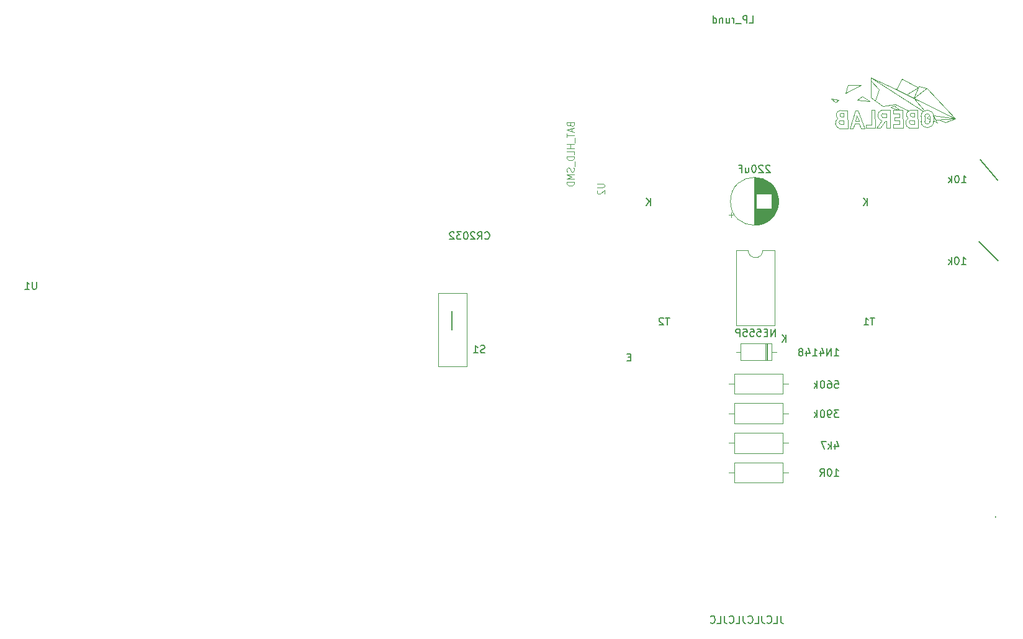
<source format=gbr>
%TF.GenerationSoftware,KiCad,Pcbnew,7.0.8*%
%TF.CreationDate,2024-04-06T10:04:34+02:00*%
%TF.ProjectId,Smiley,536d696c-6579-42e6-9b69-6361645f7063,rev?*%
%TF.SameCoordinates,Original*%
%TF.FileFunction,Legend,Bot*%
%TF.FilePolarity,Positive*%
%FSLAX46Y46*%
G04 Gerber Fmt 4.6, Leading zero omitted, Abs format (unit mm)*
G04 Created by KiCad (PCBNEW 7.0.8) date 2024-04-06 10:04:34*
%MOMM*%
%LPD*%
G01*
G04 APERTURE LIST*
%ADD10C,0.150000*%
%ADD11C,0.050000*%
%ADD12C,0.120000*%
%ADD13C,0.010000*%
G04 APERTURE END LIST*
D10*
X43391792Y-55974580D02*
X43439411Y-56022200D01*
X43439411Y-56022200D02*
X43582268Y-56069819D01*
X43582268Y-56069819D02*
X43677506Y-56069819D01*
X43677506Y-56069819D02*
X43820363Y-56022200D01*
X43820363Y-56022200D02*
X43915601Y-55926961D01*
X43915601Y-55926961D02*
X43963220Y-55831723D01*
X43963220Y-55831723D02*
X44010839Y-55641247D01*
X44010839Y-55641247D02*
X44010839Y-55498390D01*
X44010839Y-55498390D02*
X43963220Y-55307914D01*
X43963220Y-55307914D02*
X43915601Y-55212676D01*
X43915601Y-55212676D02*
X43820363Y-55117438D01*
X43820363Y-55117438D02*
X43677506Y-55069819D01*
X43677506Y-55069819D02*
X43582268Y-55069819D01*
X43582268Y-55069819D02*
X43439411Y-55117438D01*
X43439411Y-55117438D02*
X43391792Y-55165057D01*
X42391792Y-56069819D02*
X42725125Y-55593628D01*
X42963220Y-56069819D02*
X42963220Y-55069819D01*
X42963220Y-55069819D02*
X42582268Y-55069819D01*
X42582268Y-55069819D02*
X42487030Y-55117438D01*
X42487030Y-55117438D02*
X42439411Y-55165057D01*
X42439411Y-55165057D02*
X42391792Y-55260295D01*
X42391792Y-55260295D02*
X42391792Y-55403152D01*
X42391792Y-55403152D02*
X42439411Y-55498390D01*
X42439411Y-55498390D02*
X42487030Y-55546009D01*
X42487030Y-55546009D02*
X42582268Y-55593628D01*
X42582268Y-55593628D02*
X42963220Y-55593628D01*
X42010839Y-55165057D02*
X41963220Y-55117438D01*
X41963220Y-55117438D02*
X41867982Y-55069819D01*
X41867982Y-55069819D02*
X41629887Y-55069819D01*
X41629887Y-55069819D02*
X41534649Y-55117438D01*
X41534649Y-55117438D02*
X41487030Y-55165057D01*
X41487030Y-55165057D02*
X41439411Y-55260295D01*
X41439411Y-55260295D02*
X41439411Y-55355533D01*
X41439411Y-55355533D02*
X41487030Y-55498390D01*
X41487030Y-55498390D02*
X42058458Y-56069819D01*
X42058458Y-56069819D02*
X41439411Y-56069819D01*
X40820363Y-55069819D02*
X40725125Y-55069819D01*
X40725125Y-55069819D02*
X40629887Y-55117438D01*
X40629887Y-55117438D02*
X40582268Y-55165057D01*
X40582268Y-55165057D02*
X40534649Y-55260295D01*
X40534649Y-55260295D02*
X40487030Y-55450771D01*
X40487030Y-55450771D02*
X40487030Y-55688866D01*
X40487030Y-55688866D02*
X40534649Y-55879342D01*
X40534649Y-55879342D02*
X40582268Y-55974580D01*
X40582268Y-55974580D02*
X40629887Y-56022200D01*
X40629887Y-56022200D02*
X40725125Y-56069819D01*
X40725125Y-56069819D02*
X40820363Y-56069819D01*
X40820363Y-56069819D02*
X40915601Y-56022200D01*
X40915601Y-56022200D02*
X40963220Y-55974580D01*
X40963220Y-55974580D02*
X41010839Y-55879342D01*
X41010839Y-55879342D02*
X41058458Y-55688866D01*
X41058458Y-55688866D02*
X41058458Y-55450771D01*
X41058458Y-55450771D02*
X41010839Y-55260295D01*
X41010839Y-55260295D02*
X40963220Y-55165057D01*
X40963220Y-55165057D02*
X40915601Y-55117438D01*
X40915601Y-55117438D02*
X40820363Y-55069819D01*
X40153696Y-55069819D02*
X39534649Y-55069819D01*
X39534649Y-55069819D02*
X39867982Y-55450771D01*
X39867982Y-55450771D02*
X39725125Y-55450771D01*
X39725125Y-55450771D02*
X39629887Y-55498390D01*
X39629887Y-55498390D02*
X39582268Y-55546009D01*
X39582268Y-55546009D02*
X39534649Y-55641247D01*
X39534649Y-55641247D02*
X39534649Y-55879342D01*
X39534649Y-55879342D02*
X39582268Y-55974580D01*
X39582268Y-55974580D02*
X39629887Y-56022200D01*
X39629887Y-56022200D02*
X39725125Y-56069819D01*
X39725125Y-56069819D02*
X40010839Y-56069819D01*
X40010839Y-56069819D02*
X40106077Y-56022200D01*
X40106077Y-56022200D02*
X40153696Y-55974580D01*
X39153696Y-55165057D02*
X39106077Y-55117438D01*
X39106077Y-55117438D02*
X39010839Y-55069819D01*
X39010839Y-55069819D02*
X38772744Y-55069819D01*
X38772744Y-55069819D02*
X38677506Y-55117438D01*
X38677506Y-55117438D02*
X38629887Y-55165057D01*
X38629887Y-55165057D02*
X38582268Y-55260295D01*
X38582268Y-55260295D02*
X38582268Y-55355533D01*
X38582268Y-55355533D02*
X38629887Y-55498390D01*
X38629887Y-55498390D02*
X39201315Y-56069819D01*
X39201315Y-56069819D02*
X38582268Y-56069819D01*
X113400000Y-59000000D02*
X110800000Y-56400000D01*
X113300000Y-48000000D02*
X110900000Y-45200000D01*
X38900000Y-68400000D02*
X38900000Y-65900000D01*
X63263220Y-72146009D02*
X62929887Y-72146009D01*
X62787030Y-72669819D02*
X63263220Y-72669819D01*
X63263220Y-72669819D02*
X63263220Y-71669819D01*
X63263220Y-71669819D02*
X62787030Y-71669819D01*
X95563220Y-51469819D02*
X95563220Y-50469819D01*
X94991792Y-51469819D02*
X95420363Y-50898390D01*
X94991792Y-50469819D02*
X95563220Y-51041247D01*
X65963220Y-51469819D02*
X65963220Y-50469819D01*
X65391792Y-51469819D02*
X65820363Y-50898390D01*
X65391792Y-50469819D02*
X65963220Y-51041247D01*
X83731506Y-107423819D02*
X83731506Y-108138104D01*
X83731506Y-108138104D02*
X83779125Y-108280961D01*
X83779125Y-108280961D02*
X83874363Y-108376200D01*
X83874363Y-108376200D02*
X84017220Y-108423819D01*
X84017220Y-108423819D02*
X84112458Y-108423819D01*
X82779125Y-108423819D02*
X83255315Y-108423819D01*
X83255315Y-108423819D02*
X83255315Y-107423819D01*
X81874363Y-108328580D02*
X81921982Y-108376200D01*
X81921982Y-108376200D02*
X82064839Y-108423819D01*
X82064839Y-108423819D02*
X82160077Y-108423819D01*
X82160077Y-108423819D02*
X82302934Y-108376200D01*
X82302934Y-108376200D02*
X82398172Y-108280961D01*
X82398172Y-108280961D02*
X82445791Y-108185723D01*
X82445791Y-108185723D02*
X82493410Y-107995247D01*
X82493410Y-107995247D02*
X82493410Y-107852390D01*
X82493410Y-107852390D02*
X82445791Y-107661914D01*
X82445791Y-107661914D02*
X82398172Y-107566676D01*
X82398172Y-107566676D02*
X82302934Y-107471438D01*
X82302934Y-107471438D02*
X82160077Y-107423819D01*
X82160077Y-107423819D02*
X82064839Y-107423819D01*
X82064839Y-107423819D02*
X81921982Y-107471438D01*
X81921982Y-107471438D02*
X81874363Y-107519057D01*
X81160077Y-107423819D02*
X81160077Y-108138104D01*
X81160077Y-108138104D02*
X81207696Y-108280961D01*
X81207696Y-108280961D02*
X81302934Y-108376200D01*
X81302934Y-108376200D02*
X81445791Y-108423819D01*
X81445791Y-108423819D02*
X81541029Y-108423819D01*
X80207696Y-108423819D02*
X80683886Y-108423819D01*
X80683886Y-108423819D02*
X80683886Y-107423819D01*
X79302934Y-108328580D02*
X79350553Y-108376200D01*
X79350553Y-108376200D02*
X79493410Y-108423819D01*
X79493410Y-108423819D02*
X79588648Y-108423819D01*
X79588648Y-108423819D02*
X79731505Y-108376200D01*
X79731505Y-108376200D02*
X79826743Y-108280961D01*
X79826743Y-108280961D02*
X79874362Y-108185723D01*
X79874362Y-108185723D02*
X79921981Y-107995247D01*
X79921981Y-107995247D02*
X79921981Y-107852390D01*
X79921981Y-107852390D02*
X79874362Y-107661914D01*
X79874362Y-107661914D02*
X79826743Y-107566676D01*
X79826743Y-107566676D02*
X79731505Y-107471438D01*
X79731505Y-107471438D02*
X79588648Y-107423819D01*
X79588648Y-107423819D02*
X79493410Y-107423819D01*
X79493410Y-107423819D02*
X79350553Y-107471438D01*
X79350553Y-107471438D02*
X79302934Y-107519057D01*
X78588648Y-107423819D02*
X78588648Y-108138104D01*
X78588648Y-108138104D02*
X78636267Y-108280961D01*
X78636267Y-108280961D02*
X78731505Y-108376200D01*
X78731505Y-108376200D02*
X78874362Y-108423819D01*
X78874362Y-108423819D02*
X78969600Y-108423819D01*
X77636267Y-108423819D02*
X78112457Y-108423819D01*
X78112457Y-108423819D02*
X78112457Y-107423819D01*
X76731505Y-108328580D02*
X76779124Y-108376200D01*
X76779124Y-108376200D02*
X76921981Y-108423819D01*
X76921981Y-108423819D02*
X77017219Y-108423819D01*
X77017219Y-108423819D02*
X77160076Y-108376200D01*
X77160076Y-108376200D02*
X77255314Y-108280961D01*
X77255314Y-108280961D02*
X77302933Y-108185723D01*
X77302933Y-108185723D02*
X77350552Y-107995247D01*
X77350552Y-107995247D02*
X77350552Y-107852390D01*
X77350552Y-107852390D02*
X77302933Y-107661914D01*
X77302933Y-107661914D02*
X77255314Y-107566676D01*
X77255314Y-107566676D02*
X77160076Y-107471438D01*
X77160076Y-107471438D02*
X77017219Y-107423819D01*
X77017219Y-107423819D02*
X76921981Y-107423819D01*
X76921981Y-107423819D02*
X76779124Y-107471438D01*
X76779124Y-107471438D02*
X76731505Y-107519057D01*
X76017219Y-107423819D02*
X76017219Y-108138104D01*
X76017219Y-108138104D02*
X76064838Y-108280961D01*
X76064838Y-108280961D02*
X76160076Y-108376200D01*
X76160076Y-108376200D02*
X76302933Y-108423819D01*
X76302933Y-108423819D02*
X76398171Y-108423819D01*
X75064838Y-108423819D02*
X75541028Y-108423819D01*
X75541028Y-108423819D02*
X75541028Y-107423819D01*
X74160076Y-108328580D02*
X74207695Y-108376200D01*
X74207695Y-108376200D02*
X74350552Y-108423819D01*
X74350552Y-108423819D02*
X74445790Y-108423819D01*
X74445790Y-108423819D02*
X74588647Y-108376200D01*
X74588647Y-108376200D02*
X74683885Y-108280961D01*
X74683885Y-108280961D02*
X74731504Y-108185723D01*
X74731504Y-108185723D02*
X74779123Y-107995247D01*
X74779123Y-107995247D02*
X74779123Y-107852390D01*
X74779123Y-107852390D02*
X74731504Y-107661914D01*
X74731504Y-107661914D02*
X74683885Y-107566676D01*
X74683885Y-107566676D02*
X74588647Y-107471438D01*
X74588647Y-107471438D02*
X74445790Y-107423819D01*
X74445790Y-107423819D02*
X74350552Y-107423819D01*
X74350552Y-107423819D02*
X74207695Y-107471438D01*
X74207695Y-107471438D02*
X74160076Y-107519057D01*
X79458095Y-26604819D02*
X79934285Y-26604819D01*
X79934285Y-26604819D02*
X79934285Y-25604819D01*
X79124761Y-26604819D02*
X79124761Y-25604819D01*
X79124761Y-25604819D02*
X78743809Y-25604819D01*
X78743809Y-25604819D02*
X78648571Y-25652438D01*
X78648571Y-25652438D02*
X78600952Y-25700057D01*
X78600952Y-25700057D02*
X78553333Y-25795295D01*
X78553333Y-25795295D02*
X78553333Y-25938152D01*
X78553333Y-25938152D02*
X78600952Y-26033390D01*
X78600952Y-26033390D02*
X78648571Y-26081009D01*
X78648571Y-26081009D02*
X78743809Y-26128628D01*
X78743809Y-26128628D02*
X79124761Y-26128628D01*
X78362857Y-26700057D02*
X77600952Y-26700057D01*
X77362856Y-26604819D02*
X77362856Y-25938152D01*
X77362856Y-26128628D02*
X77315237Y-26033390D01*
X77315237Y-26033390D02*
X77267618Y-25985771D01*
X77267618Y-25985771D02*
X77172380Y-25938152D01*
X77172380Y-25938152D02*
X77077142Y-25938152D01*
X76315237Y-25938152D02*
X76315237Y-26604819D01*
X76743808Y-25938152D02*
X76743808Y-26461961D01*
X76743808Y-26461961D02*
X76696189Y-26557200D01*
X76696189Y-26557200D02*
X76600951Y-26604819D01*
X76600951Y-26604819D02*
X76458094Y-26604819D01*
X76458094Y-26604819D02*
X76362856Y-26557200D01*
X76362856Y-26557200D02*
X76315237Y-26509580D01*
X75839046Y-25938152D02*
X75839046Y-26604819D01*
X75839046Y-26033390D02*
X75791427Y-25985771D01*
X75791427Y-25985771D02*
X75696189Y-25938152D01*
X75696189Y-25938152D02*
X75553332Y-25938152D01*
X75553332Y-25938152D02*
X75458094Y-25985771D01*
X75458094Y-25985771D02*
X75410475Y-26081009D01*
X75410475Y-26081009D02*
X75410475Y-26604819D01*
X74505713Y-26604819D02*
X74505713Y-25604819D01*
X74505713Y-26557200D02*
X74600951Y-26604819D01*
X74600951Y-26604819D02*
X74791427Y-26604819D01*
X74791427Y-26604819D02*
X74886665Y-26557200D01*
X74886665Y-26557200D02*
X74934284Y-26509580D01*
X74934284Y-26509580D02*
X74981903Y-26414342D01*
X74981903Y-26414342D02*
X74981903Y-26128628D01*
X74981903Y-26128628D02*
X74934284Y-26033390D01*
X74934284Y-26033390D02*
X74886665Y-25985771D01*
X74886665Y-25985771D02*
X74791427Y-25938152D01*
X74791427Y-25938152D02*
X74600951Y-25938152D01*
X74600951Y-25938152D02*
X74505713Y-25985771D01*
D11*
X58670019Y-48484285D02*
X59479542Y-48484285D01*
X59479542Y-48484285D02*
X59574780Y-48527142D01*
X59574780Y-48527142D02*
X59622400Y-48570000D01*
X59622400Y-48570000D02*
X59670019Y-48655714D01*
X59670019Y-48655714D02*
X59670019Y-48827142D01*
X59670019Y-48827142D02*
X59622400Y-48912857D01*
X59622400Y-48912857D02*
X59574780Y-48955714D01*
X59574780Y-48955714D02*
X59479542Y-48998571D01*
X59479542Y-48998571D02*
X58670019Y-48998571D01*
X58765257Y-49384285D02*
X58717638Y-49427142D01*
X58717638Y-49427142D02*
X58670019Y-49512857D01*
X58670019Y-49512857D02*
X58670019Y-49727142D01*
X58670019Y-49727142D02*
X58717638Y-49812857D01*
X58717638Y-49812857D02*
X58765257Y-49855714D01*
X58765257Y-49855714D02*
X58860495Y-49898571D01*
X58860495Y-49898571D02*
X58955733Y-49898571D01*
X58955733Y-49898571D02*
X59098590Y-49855714D01*
X59098590Y-49855714D02*
X59670019Y-49341428D01*
X59670019Y-49341428D02*
X59670019Y-49898571D01*
X55026209Y-40391429D02*
X55073828Y-40520001D01*
X55073828Y-40520001D02*
X55121447Y-40562858D01*
X55121447Y-40562858D02*
X55216685Y-40605715D01*
X55216685Y-40605715D02*
X55359542Y-40605715D01*
X55359542Y-40605715D02*
X55454780Y-40562858D01*
X55454780Y-40562858D02*
X55502400Y-40520001D01*
X55502400Y-40520001D02*
X55550019Y-40434286D01*
X55550019Y-40434286D02*
X55550019Y-40091429D01*
X55550019Y-40091429D02*
X54550019Y-40091429D01*
X54550019Y-40091429D02*
X54550019Y-40391429D01*
X54550019Y-40391429D02*
X54597638Y-40477144D01*
X54597638Y-40477144D02*
X54645257Y-40520001D01*
X54645257Y-40520001D02*
X54740495Y-40562858D01*
X54740495Y-40562858D02*
X54835733Y-40562858D01*
X54835733Y-40562858D02*
X54930971Y-40520001D01*
X54930971Y-40520001D02*
X54978590Y-40477144D01*
X54978590Y-40477144D02*
X55026209Y-40391429D01*
X55026209Y-40391429D02*
X55026209Y-40091429D01*
X55264304Y-40948572D02*
X55264304Y-41377144D01*
X55550019Y-40862858D02*
X54550019Y-41162858D01*
X54550019Y-41162858D02*
X55550019Y-41462858D01*
X54550019Y-41634287D02*
X54550019Y-42148573D01*
X55550019Y-41891430D02*
X54550019Y-41891430D01*
X55645257Y-42234287D02*
X55645257Y-42920001D01*
X55550019Y-43134286D02*
X54550019Y-43134286D01*
X55026209Y-43134286D02*
X55026209Y-43648572D01*
X55550019Y-43648572D02*
X54550019Y-43648572D01*
X55550019Y-44505715D02*
X55550019Y-44077143D01*
X55550019Y-44077143D02*
X54550019Y-44077143D01*
X55550019Y-44805714D02*
X54550019Y-44805714D01*
X54550019Y-44805714D02*
X54550019Y-45020000D01*
X54550019Y-45020000D02*
X54597638Y-45148571D01*
X54597638Y-45148571D02*
X54692876Y-45234286D01*
X54692876Y-45234286D02*
X54788114Y-45277143D01*
X54788114Y-45277143D02*
X54978590Y-45320000D01*
X54978590Y-45320000D02*
X55121447Y-45320000D01*
X55121447Y-45320000D02*
X55311923Y-45277143D01*
X55311923Y-45277143D02*
X55407161Y-45234286D01*
X55407161Y-45234286D02*
X55502400Y-45148571D01*
X55502400Y-45148571D02*
X55550019Y-45020000D01*
X55550019Y-45020000D02*
X55550019Y-44805714D01*
X55645257Y-45491429D02*
X55645257Y-46177143D01*
X55502400Y-46348571D02*
X55550019Y-46477143D01*
X55550019Y-46477143D02*
X55550019Y-46691428D01*
X55550019Y-46691428D02*
X55502400Y-46777143D01*
X55502400Y-46777143D02*
X55454780Y-46820000D01*
X55454780Y-46820000D02*
X55359542Y-46862857D01*
X55359542Y-46862857D02*
X55264304Y-46862857D01*
X55264304Y-46862857D02*
X55169066Y-46820000D01*
X55169066Y-46820000D02*
X55121447Y-46777143D01*
X55121447Y-46777143D02*
X55073828Y-46691428D01*
X55073828Y-46691428D02*
X55026209Y-46520000D01*
X55026209Y-46520000D02*
X54978590Y-46434285D01*
X54978590Y-46434285D02*
X54930971Y-46391428D01*
X54930971Y-46391428D02*
X54835733Y-46348571D01*
X54835733Y-46348571D02*
X54740495Y-46348571D01*
X54740495Y-46348571D02*
X54645257Y-46391428D01*
X54645257Y-46391428D02*
X54597638Y-46434285D01*
X54597638Y-46434285D02*
X54550019Y-46520000D01*
X54550019Y-46520000D02*
X54550019Y-46734285D01*
X54550019Y-46734285D02*
X54597638Y-46862857D01*
X55550019Y-47248571D02*
X54550019Y-47248571D01*
X54550019Y-47248571D02*
X55264304Y-47548571D01*
X55264304Y-47548571D02*
X54550019Y-47848571D01*
X54550019Y-47848571D02*
X55550019Y-47848571D01*
X55550019Y-48277142D02*
X54550019Y-48277142D01*
X54550019Y-48277142D02*
X54550019Y-48491428D01*
X54550019Y-48491428D02*
X54597638Y-48619999D01*
X54597638Y-48619999D02*
X54692876Y-48705714D01*
X54692876Y-48705714D02*
X54788114Y-48748571D01*
X54788114Y-48748571D02*
X54978590Y-48791428D01*
X54978590Y-48791428D02*
X55121447Y-48791428D01*
X55121447Y-48791428D02*
X55311923Y-48748571D01*
X55311923Y-48748571D02*
X55407161Y-48705714D01*
X55407161Y-48705714D02*
X55502400Y-48619999D01*
X55502400Y-48619999D02*
X55550019Y-48491428D01*
X55550019Y-48491428D02*
X55550019Y-48277142D01*
D10*
X-17783809Y-61879819D02*
X-17783809Y-62689342D01*
X-17783809Y-62689342D02*
X-17831428Y-62784580D01*
X-17831428Y-62784580D02*
X-17879047Y-62832200D01*
X-17879047Y-62832200D02*
X-17974285Y-62879819D01*
X-17974285Y-62879819D02*
X-18164761Y-62879819D01*
X-18164761Y-62879819D02*
X-18259999Y-62832200D01*
X-18259999Y-62832200D02*
X-18307618Y-62784580D01*
X-18307618Y-62784580D02*
X-18355237Y-62689342D01*
X-18355237Y-62689342D02*
X-18355237Y-61879819D01*
X-19355237Y-62879819D02*
X-18783809Y-62879819D01*
X-19069523Y-62879819D02*
X-19069523Y-61879819D01*
X-19069523Y-61879819D02*
X-18974285Y-62022676D01*
X-18974285Y-62022676D02*
X-18879047Y-62117914D01*
X-18879047Y-62117914D02*
X-18783809Y-62165533D01*
X82956666Y-69304819D02*
X82956666Y-68304819D01*
X82956666Y-68304819D02*
X82385238Y-69304819D01*
X82385238Y-69304819D02*
X82385238Y-68304819D01*
X81909047Y-68781009D02*
X81575714Y-68781009D01*
X81432857Y-69304819D02*
X81909047Y-69304819D01*
X81909047Y-69304819D02*
X81909047Y-68304819D01*
X81909047Y-68304819D02*
X81432857Y-68304819D01*
X80528095Y-68304819D02*
X81004285Y-68304819D01*
X81004285Y-68304819D02*
X81051904Y-68781009D01*
X81051904Y-68781009D02*
X81004285Y-68733390D01*
X81004285Y-68733390D02*
X80909047Y-68685771D01*
X80909047Y-68685771D02*
X80670952Y-68685771D01*
X80670952Y-68685771D02*
X80575714Y-68733390D01*
X80575714Y-68733390D02*
X80528095Y-68781009D01*
X80528095Y-68781009D02*
X80480476Y-68876247D01*
X80480476Y-68876247D02*
X80480476Y-69114342D01*
X80480476Y-69114342D02*
X80528095Y-69209580D01*
X80528095Y-69209580D02*
X80575714Y-69257200D01*
X80575714Y-69257200D02*
X80670952Y-69304819D01*
X80670952Y-69304819D02*
X80909047Y-69304819D01*
X80909047Y-69304819D02*
X81004285Y-69257200D01*
X81004285Y-69257200D02*
X81051904Y-69209580D01*
X79575714Y-68304819D02*
X80051904Y-68304819D01*
X80051904Y-68304819D02*
X80099523Y-68781009D01*
X80099523Y-68781009D02*
X80051904Y-68733390D01*
X80051904Y-68733390D02*
X79956666Y-68685771D01*
X79956666Y-68685771D02*
X79718571Y-68685771D01*
X79718571Y-68685771D02*
X79623333Y-68733390D01*
X79623333Y-68733390D02*
X79575714Y-68781009D01*
X79575714Y-68781009D02*
X79528095Y-68876247D01*
X79528095Y-68876247D02*
X79528095Y-69114342D01*
X79528095Y-69114342D02*
X79575714Y-69209580D01*
X79575714Y-69209580D02*
X79623333Y-69257200D01*
X79623333Y-69257200D02*
X79718571Y-69304819D01*
X79718571Y-69304819D02*
X79956666Y-69304819D01*
X79956666Y-69304819D02*
X80051904Y-69257200D01*
X80051904Y-69257200D02*
X80099523Y-69209580D01*
X78623333Y-68304819D02*
X79099523Y-68304819D01*
X79099523Y-68304819D02*
X79147142Y-68781009D01*
X79147142Y-68781009D02*
X79099523Y-68733390D01*
X79099523Y-68733390D02*
X79004285Y-68685771D01*
X79004285Y-68685771D02*
X78766190Y-68685771D01*
X78766190Y-68685771D02*
X78670952Y-68733390D01*
X78670952Y-68733390D02*
X78623333Y-68781009D01*
X78623333Y-68781009D02*
X78575714Y-68876247D01*
X78575714Y-68876247D02*
X78575714Y-69114342D01*
X78575714Y-69114342D02*
X78623333Y-69209580D01*
X78623333Y-69209580D02*
X78670952Y-69257200D01*
X78670952Y-69257200D02*
X78766190Y-69304819D01*
X78766190Y-69304819D02*
X79004285Y-69304819D01*
X79004285Y-69304819D02*
X79099523Y-69257200D01*
X79099523Y-69257200D02*
X79147142Y-69209580D01*
X78147142Y-69304819D02*
X78147142Y-68304819D01*
X78147142Y-68304819D02*
X77766190Y-68304819D01*
X77766190Y-68304819D02*
X77670952Y-68352438D01*
X77670952Y-68352438D02*
X77623333Y-68400057D01*
X77623333Y-68400057D02*
X77575714Y-68495295D01*
X77575714Y-68495295D02*
X77575714Y-68638152D01*
X77575714Y-68638152D02*
X77623333Y-68733390D01*
X77623333Y-68733390D02*
X77670952Y-68781009D01*
X77670952Y-68781009D02*
X77766190Y-68828628D01*
X77766190Y-68828628D02*
X78147142Y-68828628D01*
X68579904Y-66764819D02*
X68008476Y-66764819D01*
X68294190Y-67764819D02*
X68294190Y-66764819D01*
X67722761Y-66860057D02*
X67675142Y-66812438D01*
X67675142Y-66812438D02*
X67579904Y-66764819D01*
X67579904Y-66764819D02*
X67341809Y-66764819D01*
X67341809Y-66764819D02*
X67246571Y-66812438D01*
X67246571Y-66812438D02*
X67198952Y-66860057D01*
X67198952Y-66860057D02*
X67151333Y-66955295D01*
X67151333Y-66955295D02*
X67151333Y-67050533D01*
X67151333Y-67050533D02*
X67198952Y-67193390D01*
X67198952Y-67193390D02*
X67770380Y-67764819D01*
X67770380Y-67764819D02*
X67151333Y-67764819D01*
X96519904Y-66764819D02*
X95948476Y-66764819D01*
X96234190Y-67764819D02*
X96234190Y-66764819D01*
X95091333Y-67764819D02*
X95662761Y-67764819D01*
X95377047Y-67764819D02*
X95377047Y-66764819D01*
X95377047Y-66764819D02*
X95472285Y-66907676D01*
X95472285Y-66907676D02*
X95567523Y-67002914D01*
X95567523Y-67002914D02*
X95662761Y-67050533D01*
X43361904Y-71507200D02*
X43219047Y-71554819D01*
X43219047Y-71554819D02*
X42980952Y-71554819D01*
X42980952Y-71554819D02*
X42885714Y-71507200D01*
X42885714Y-71507200D02*
X42838095Y-71459580D01*
X42838095Y-71459580D02*
X42790476Y-71364342D01*
X42790476Y-71364342D02*
X42790476Y-71269104D01*
X42790476Y-71269104D02*
X42838095Y-71173866D01*
X42838095Y-71173866D02*
X42885714Y-71126247D01*
X42885714Y-71126247D02*
X42980952Y-71078628D01*
X42980952Y-71078628D02*
X43171428Y-71031009D01*
X43171428Y-71031009D02*
X43266666Y-70983390D01*
X43266666Y-70983390D02*
X43314285Y-70935771D01*
X43314285Y-70935771D02*
X43361904Y-70840533D01*
X43361904Y-70840533D02*
X43361904Y-70745295D01*
X43361904Y-70745295D02*
X43314285Y-70650057D01*
X43314285Y-70650057D02*
X43266666Y-70602438D01*
X43266666Y-70602438D02*
X43171428Y-70554819D01*
X43171428Y-70554819D02*
X42933333Y-70554819D01*
X42933333Y-70554819D02*
X42790476Y-70602438D01*
X41838095Y-71554819D02*
X42409523Y-71554819D01*
X42123809Y-71554819D02*
X42123809Y-70554819D01*
X42123809Y-70554819D02*
X42219047Y-70697676D01*
X42219047Y-70697676D02*
X42314285Y-70792914D01*
X42314285Y-70792914D02*
X42409523Y-70840533D01*
X91042857Y-88354819D02*
X91614285Y-88354819D01*
X91328571Y-88354819D02*
X91328571Y-87354819D01*
X91328571Y-87354819D02*
X91423809Y-87497676D01*
X91423809Y-87497676D02*
X91519047Y-87592914D01*
X91519047Y-87592914D02*
X91614285Y-87640533D01*
X90423809Y-87354819D02*
X90328571Y-87354819D01*
X90328571Y-87354819D02*
X90233333Y-87402438D01*
X90233333Y-87402438D02*
X90185714Y-87450057D01*
X90185714Y-87450057D02*
X90138095Y-87545295D01*
X90138095Y-87545295D02*
X90090476Y-87735771D01*
X90090476Y-87735771D02*
X90090476Y-87973866D01*
X90090476Y-87973866D02*
X90138095Y-88164342D01*
X90138095Y-88164342D02*
X90185714Y-88259580D01*
X90185714Y-88259580D02*
X90233333Y-88307200D01*
X90233333Y-88307200D02*
X90328571Y-88354819D01*
X90328571Y-88354819D02*
X90423809Y-88354819D01*
X90423809Y-88354819D02*
X90519047Y-88307200D01*
X90519047Y-88307200D02*
X90566666Y-88259580D01*
X90566666Y-88259580D02*
X90614285Y-88164342D01*
X90614285Y-88164342D02*
X90661904Y-87973866D01*
X90661904Y-87973866D02*
X90661904Y-87735771D01*
X90661904Y-87735771D02*
X90614285Y-87545295D01*
X90614285Y-87545295D02*
X90566666Y-87450057D01*
X90566666Y-87450057D02*
X90519047Y-87402438D01*
X90519047Y-87402438D02*
X90423809Y-87354819D01*
X89090476Y-88354819D02*
X89423809Y-87878628D01*
X89661904Y-88354819D02*
X89661904Y-87354819D01*
X89661904Y-87354819D02*
X89280952Y-87354819D01*
X89280952Y-87354819D02*
X89185714Y-87402438D01*
X89185714Y-87402438D02*
X89138095Y-87450057D01*
X89138095Y-87450057D02*
X89090476Y-87545295D01*
X89090476Y-87545295D02*
X89090476Y-87688152D01*
X89090476Y-87688152D02*
X89138095Y-87783390D01*
X89138095Y-87783390D02*
X89185714Y-87831009D01*
X89185714Y-87831009D02*
X89280952Y-87878628D01*
X89280952Y-87878628D02*
X89661904Y-87878628D01*
X91138095Y-83988152D02*
X91138095Y-84654819D01*
X91376190Y-83607200D02*
X91614285Y-84321485D01*
X91614285Y-84321485D02*
X90995238Y-84321485D01*
X90614285Y-84654819D02*
X90614285Y-83654819D01*
X90519047Y-84273866D02*
X90233333Y-84654819D01*
X90233333Y-83988152D02*
X90614285Y-84369104D01*
X89899999Y-83654819D02*
X89233333Y-83654819D01*
X89233333Y-83654819D02*
X89661904Y-84654819D01*
X91661903Y-79354819D02*
X91042856Y-79354819D01*
X91042856Y-79354819D02*
X91376189Y-79735771D01*
X91376189Y-79735771D02*
X91233332Y-79735771D01*
X91233332Y-79735771D02*
X91138094Y-79783390D01*
X91138094Y-79783390D02*
X91090475Y-79831009D01*
X91090475Y-79831009D02*
X91042856Y-79926247D01*
X91042856Y-79926247D02*
X91042856Y-80164342D01*
X91042856Y-80164342D02*
X91090475Y-80259580D01*
X91090475Y-80259580D02*
X91138094Y-80307200D01*
X91138094Y-80307200D02*
X91233332Y-80354819D01*
X91233332Y-80354819D02*
X91519046Y-80354819D01*
X91519046Y-80354819D02*
X91614284Y-80307200D01*
X91614284Y-80307200D02*
X91661903Y-80259580D01*
X90566665Y-80354819D02*
X90376189Y-80354819D01*
X90376189Y-80354819D02*
X90280951Y-80307200D01*
X90280951Y-80307200D02*
X90233332Y-80259580D01*
X90233332Y-80259580D02*
X90138094Y-80116723D01*
X90138094Y-80116723D02*
X90090475Y-79926247D01*
X90090475Y-79926247D02*
X90090475Y-79545295D01*
X90090475Y-79545295D02*
X90138094Y-79450057D01*
X90138094Y-79450057D02*
X90185713Y-79402438D01*
X90185713Y-79402438D02*
X90280951Y-79354819D01*
X90280951Y-79354819D02*
X90471427Y-79354819D01*
X90471427Y-79354819D02*
X90566665Y-79402438D01*
X90566665Y-79402438D02*
X90614284Y-79450057D01*
X90614284Y-79450057D02*
X90661903Y-79545295D01*
X90661903Y-79545295D02*
X90661903Y-79783390D01*
X90661903Y-79783390D02*
X90614284Y-79878628D01*
X90614284Y-79878628D02*
X90566665Y-79926247D01*
X90566665Y-79926247D02*
X90471427Y-79973866D01*
X90471427Y-79973866D02*
X90280951Y-79973866D01*
X90280951Y-79973866D02*
X90185713Y-79926247D01*
X90185713Y-79926247D02*
X90138094Y-79878628D01*
X90138094Y-79878628D02*
X90090475Y-79783390D01*
X89471427Y-79354819D02*
X89376189Y-79354819D01*
X89376189Y-79354819D02*
X89280951Y-79402438D01*
X89280951Y-79402438D02*
X89233332Y-79450057D01*
X89233332Y-79450057D02*
X89185713Y-79545295D01*
X89185713Y-79545295D02*
X89138094Y-79735771D01*
X89138094Y-79735771D02*
X89138094Y-79973866D01*
X89138094Y-79973866D02*
X89185713Y-80164342D01*
X89185713Y-80164342D02*
X89233332Y-80259580D01*
X89233332Y-80259580D02*
X89280951Y-80307200D01*
X89280951Y-80307200D02*
X89376189Y-80354819D01*
X89376189Y-80354819D02*
X89471427Y-80354819D01*
X89471427Y-80354819D02*
X89566665Y-80307200D01*
X89566665Y-80307200D02*
X89614284Y-80259580D01*
X89614284Y-80259580D02*
X89661903Y-80164342D01*
X89661903Y-80164342D02*
X89709522Y-79973866D01*
X89709522Y-79973866D02*
X89709522Y-79735771D01*
X89709522Y-79735771D02*
X89661903Y-79545295D01*
X89661903Y-79545295D02*
X89614284Y-79450057D01*
X89614284Y-79450057D02*
X89566665Y-79402438D01*
X89566665Y-79402438D02*
X89471427Y-79354819D01*
X88709522Y-80354819D02*
X88709522Y-79354819D01*
X88614284Y-79973866D02*
X88328570Y-80354819D01*
X88328570Y-79688152D02*
X88709522Y-80069104D01*
X91090475Y-75354819D02*
X91566665Y-75354819D01*
X91566665Y-75354819D02*
X91614284Y-75831009D01*
X91614284Y-75831009D02*
X91566665Y-75783390D01*
X91566665Y-75783390D02*
X91471427Y-75735771D01*
X91471427Y-75735771D02*
X91233332Y-75735771D01*
X91233332Y-75735771D02*
X91138094Y-75783390D01*
X91138094Y-75783390D02*
X91090475Y-75831009D01*
X91090475Y-75831009D02*
X91042856Y-75926247D01*
X91042856Y-75926247D02*
X91042856Y-76164342D01*
X91042856Y-76164342D02*
X91090475Y-76259580D01*
X91090475Y-76259580D02*
X91138094Y-76307200D01*
X91138094Y-76307200D02*
X91233332Y-76354819D01*
X91233332Y-76354819D02*
X91471427Y-76354819D01*
X91471427Y-76354819D02*
X91566665Y-76307200D01*
X91566665Y-76307200D02*
X91614284Y-76259580D01*
X90185713Y-75354819D02*
X90376189Y-75354819D01*
X90376189Y-75354819D02*
X90471427Y-75402438D01*
X90471427Y-75402438D02*
X90519046Y-75450057D01*
X90519046Y-75450057D02*
X90614284Y-75592914D01*
X90614284Y-75592914D02*
X90661903Y-75783390D01*
X90661903Y-75783390D02*
X90661903Y-76164342D01*
X90661903Y-76164342D02*
X90614284Y-76259580D01*
X90614284Y-76259580D02*
X90566665Y-76307200D01*
X90566665Y-76307200D02*
X90471427Y-76354819D01*
X90471427Y-76354819D02*
X90280951Y-76354819D01*
X90280951Y-76354819D02*
X90185713Y-76307200D01*
X90185713Y-76307200D02*
X90138094Y-76259580D01*
X90138094Y-76259580D02*
X90090475Y-76164342D01*
X90090475Y-76164342D02*
X90090475Y-75926247D01*
X90090475Y-75926247D02*
X90138094Y-75831009D01*
X90138094Y-75831009D02*
X90185713Y-75783390D01*
X90185713Y-75783390D02*
X90280951Y-75735771D01*
X90280951Y-75735771D02*
X90471427Y-75735771D01*
X90471427Y-75735771D02*
X90566665Y-75783390D01*
X90566665Y-75783390D02*
X90614284Y-75831009D01*
X90614284Y-75831009D02*
X90661903Y-75926247D01*
X89471427Y-75354819D02*
X89376189Y-75354819D01*
X89376189Y-75354819D02*
X89280951Y-75402438D01*
X89280951Y-75402438D02*
X89233332Y-75450057D01*
X89233332Y-75450057D02*
X89185713Y-75545295D01*
X89185713Y-75545295D02*
X89138094Y-75735771D01*
X89138094Y-75735771D02*
X89138094Y-75973866D01*
X89138094Y-75973866D02*
X89185713Y-76164342D01*
X89185713Y-76164342D02*
X89233332Y-76259580D01*
X89233332Y-76259580D02*
X89280951Y-76307200D01*
X89280951Y-76307200D02*
X89376189Y-76354819D01*
X89376189Y-76354819D02*
X89471427Y-76354819D01*
X89471427Y-76354819D02*
X89566665Y-76307200D01*
X89566665Y-76307200D02*
X89614284Y-76259580D01*
X89614284Y-76259580D02*
X89661903Y-76164342D01*
X89661903Y-76164342D02*
X89709522Y-75973866D01*
X89709522Y-75973866D02*
X89709522Y-75735771D01*
X89709522Y-75735771D02*
X89661903Y-75545295D01*
X89661903Y-75545295D02*
X89614284Y-75450057D01*
X89614284Y-75450057D02*
X89566665Y-75402438D01*
X89566665Y-75402438D02*
X89471427Y-75354819D01*
X88709522Y-76354819D02*
X88709522Y-75354819D01*
X88614284Y-75973866D02*
X88328570Y-76354819D01*
X88328570Y-75688152D02*
X88709522Y-76069104D01*
X108395238Y-59494819D02*
X108966666Y-59494819D01*
X108680952Y-59494819D02*
X108680952Y-58494819D01*
X108680952Y-58494819D02*
X108776190Y-58637676D01*
X108776190Y-58637676D02*
X108871428Y-58732914D01*
X108871428Y-58732914D02*
X108966666Y-58780533D01*
X107776190Y-58494819D02*
X107680952Y-58494819D01*
X107680952Y-58494819D02*
X107585714Y-58542438D01*
X107585714Y-58542438D02*
X107538095Y-58590057D01*
X107538095Y-58590057D02*
X107490476Y-58685295D01*
X107490476Y-58685295D02*
X107442857Y-58875771D01*
X107442857Y-58875771D02*
X107442857Y-59113866D01*
X107442857Y-59113866D02*
X107490476Y-59304342D01*
X107490476Y-59304342D02*
X107538095Y-59399580D01*
X107538095Y-59399580D02*
X107585714Y-59447200D01*
X107585714Y-59447200D02*
X107680952Y-59494819D01*
X107680952Y-59494819D02*
X107776190Y-59494819D01*
X107776190Y-59494819D02*
X107871428Y-59447200D01*
X107871428Y-59447200D02*
X107919047Y-59399580D01*
X107919047Y-59399580D02*
X107966666Y-59304342D01*
X107966666Y-59304342D02*
X108014285Y-59113866D01*
X108014285Y-59113866D02*
X108014285Y-58875771D01*
X108014285Y-58875771D02*
X107966666Y-58685295D01*
X107966666Y-58685295D02*
X107919047Y-58590057D01*
X107919047Y-58590057D02*
X107871428Y-58542438D01*
X107871428Y-58542438D02*
X107776190Y-58494819D01*
X107014285Y-59494819D02*
X107014285Y-58494819D01*
X106919047Y-59113866D02*
X106633333Y-59494819D01*
X106633333Y-58828152D02*
X107014285Y-59209104D01*
X108419238Y-48374819D02*
X108990666Y-48374819D01*
X108704952Y-48374819D02*
X108704952Y-47374819D01*
X108704952Y-47374819D02*
X108800190Y-47517676D01*
X108800190Y-47517676D02*
X108895428Y-47612914D01*
X108895428Y-47612914D02*
X108990666Y-47660533D01*
X107800190Y-47374819D02*
X107704952Y-47374819D01*
X107704952Y-47374819D02*
X107609714Y-47422438D01*
X107609714Y-47422438D02*
X107562095Y-47470057D01*
X107562095Y-47470057D02*
X107514476Y-47565295D01*
X107514476Y-47565295D02*
X107466857Y-47755771D01*
X107466857Y-47755771D02*
X107466857Y-47993866D01*
X107466857Y-47993866D02*
X107514476Y-48184342D01*
X107514476Y-48184342D02*
X107562095Y-48279580D01*
X107562095Y-48279580D02*
X107609714Y-48327200D01*
X107609714Y-48327200D02*
X107704952Y-48374819D01*
X107704952Y-48374819D02*
X107800190Y-48374819D01*
X107800190Y-48374819D02*
X107895428Y-48327200D01*
X107895428Y-48327200D02*
X107943047Y-48279580D01*
X107943047Y-48279580D02*
X107990666Y-48184342D01*
X107990666Y-48184342D02*
X108038285Y-47993866D01*
X108038285Y-47993866D02*
X108038285Y-47755771D01*
X108038285Y-47755771D02*
X107990666Y-47565295D01*
X107990666Y-47565295D02*
X107943047Y-47470057D01*
X107943047Y-47470057D02*
X107895428Y-47422438D01*
X107895428Y-47422438D02*
X107800190Y-47374819D01*
X107038285Y-48374819D02*
X107038285Y-47374819D01*
X106943047Y-47993866D02*
X106657333Y-48374819D01*
X106657333Y-47708152D02*
X107038285Y-48089104D01*
X91042857Y-71954819D02*
X91614285Y-71954819D01*
X91328571Y-71954819D02*
X91328571Y-70954819D01*
X91328571Y-70954819D02*
X91423809Y-71097676D01*
X91423809Y-71097676D02*
X91519047Y-71192914D01*
X91519047Y-71192914D02*
X91614285Y-71240533D01*
X90614285Y-71954819D02*
X90614285Y-70954819D01*
X90614285Y-70954819D02*
X90042857Y-71954819D01*
X90042857Y-71954819D02*
X90042857Y-70954819D01*
X89138095Y-71288152D02*
X89138095Y-71954819D01*
X89376190Y-70907200D02*
X89614285Y-71621485D01*
X89614285Y-71621485D02*
X88995238Y-71621485D01*
X88090476Y-71954819D02*
X88661904Y-71954819D01*
X88376190Y-71954819D02*
X88376190Y-70954819D01*
X88376190Y-70954819D02*
X88471428Y-71097676D01*
X88471428Y-71097676D02*
X88566666Y-71192914D01*
X88566666Y-71192914D02*
X88661904Y-71240533D01*
X87233333Y-71288152D02*
X87233333Y-71954819D01*
X87471428Y-70907200D02*
X87709523Y-71621485D01*
X87709523Y-71621485D02*
X87090476Y-71621485D01*
X86566666Y-71383390D02*
X86661904Y-71335771D01*
X86661904Y-71335771D02*
X86709523Y-71288152D01*
X86709523Y-71288152D02*
X86757142Y-71192914D01*
X86757142Y-71192914D02*
X86757142Y-71145295D01*
X86757142Y-71145295D02*
X86709523Y-71050057D01*
X86709523Y-71050057D02*
X86661904Y-71002438D01*
X86661904Y-71002438D02*
X86566666Y-70954819D01*
X86566666Y-70954819D02*
X86376190Y-70954819D01*
X86376190Y-70954819D02*
X86280952Y-71002438D01*
X86280952Y-71002438D02*
X86233333Y-71050057D01*
X86233333Y-71050057D02*
X86185714Y-71145295D01*
X86185714Y-71145295D02*
X86185714Y-71192914D01*
X86185714Y-71192914D02*
X86233333Y-71288152D01*
X86233333Y-71288152D02*
X86280952Y-71335771D01*
X86280952Y-71335771D02*
X86376190Y-71383390D01*
X86376190Y-71383390D02*
X86566666Y-71383390D01*
X86566666Y-71383390D02*
X86661904Y-71431009D01*
X86661904Y-71431009D02*
X86709523Y-71478628D01*
X86709523Y-71478628D02*
X86757142Y-71573866D01*
X86757142Y-71573866D02*
X86757142Y-71764342D01*
X86757142Y-71764342D02*
X86709523Y-71859580D01*
X86709523Y-71859580D02*
X86661904Y-71907200D01*
X86661904Y-71907200D02*
X86566666Y-71954819D01*
X86566666Y-71954819D02*
X86376190Y-71954819D01*
X86376190Y-71954819D02*
X86280952Y-71907200D01*
X86280952Y-71907200D02*
X86233333Y-71859580D01*
X86233333Y-71859580D02*
X86185714Y-71764342D01*
X86185714Y-71764342D02*
X86185714Y-71573866D01*
X86185714Y-71573866D02*
X86233333Y-71478628D01*
X86233333Y-71478628D02*
X86280952Y-71431009D01*
X86280952Y-71431009D02*
X86376190Y-71383390D01*
X84461904Y-70074819D02*
X84461904Y-69074819D01*
X83890476Y-70074819D02*
X84319047Y-69503390D01*
X83890476Y-69074819D02*
X84461904Y-69646247D01*
X82269047Y-46050057D02*
X82221428Y-46002438D01*
X82221428Y-46002438D02*
X82126190Y-45954819D01*
X82126190Y-45954819D02*
X81888095Y-45954819D01*
X81888095Y-45954819D02*
X81792857Y-46002438D01*
X81792857Y-46002438D02*
X81745238Y-46050057D01*
X81745238Y-46050057D02*
X81697619Y-46145295D01*
X81697619Y-46145295D02*
X81697619Y-46240533D01*
X81697619Y-46240533D02*
X81745238Y-46383390D01*
X81745238Y-46383390D02*
X82316666Y-46954819D01*
X82316666Y-46954819D02*
X81697619Y-46954819D01*
X81316666Y-46050057D02*
X81269047Y-46002438D01*
X81269047Y-46002438D02*
X81173809Y-45954819D01*
X81173809Y-45954819D02*
X80935714Y-45954819D01*
X80935714Y-45954819D02*
X80840476Y-46002438D01*
X80840476Y-46002438D02*
X80792857Y-46050057D01*
X80792857Y-46050057D02*
X80745238Y-46145295D01*
X80745238Y-46145295D02*
X80745238Y-46240533D01*
X80745238Y-46240533D02*
X80792857Y-46383390D01*
X80792857Y-46383390D02*
X81364285Y-46954819D01*
X81364285Y-46954819D02*
X80745238Y-46954819D01*
X80126190Y-45954819D02*
X80030952Y-45954819D01*
X80030952Y-45954819D02*
X79935714Y-46002438D01*
X79935714Y-46002438D02*
X79888095Y-46050057D01*
X79888095Y-46050057D02*
X79840476Y-46145295D01*
X79840476Y-46145295D02*
X79792857Y-46335771D01*
X79792857Y-46335771D02*
X79792857Y-46573866D01*
X79792857Y-46573866D02*
X79840476Y-46764342D01*
X79840476Y-46764342D02*
X79888095Y-46859580D01*
X79888095Y-46859580D02*
X79935714Y-46907200D01*
X79935714Y-46907200D02*
X80030952Y-46954819D01*
X80030952Y-46954819D02*
X80126190Y-46954819D01*
X80126190Y-46954819D02*
X80221428Y-46907200D01*
X80221428Y-46907200D02*
X80269047Y-46859580D01*
X80269047Y-46859580D02*
X80316666Y-46764342D01*
X80316666Y-46764342D02*
X80364285Y-46573866D01*
X80364285Y-46573866D02*
X80364285Y-46335771D01*
X80364285Y-46335771D02*
X80316666Y-46145295D01*
X80316666Y-46145295D02*
X80269047Y-46050057D01*
X80269047Y-46050057D02*
X80221428Y-46002438D01*
X80221428Y-46002438D02*
X80126190Y-45954819D01*
X78935714Y-46288152D02*
X78935714Y-46954819D01*
X79364285Y-46288152D02*
X79364285Y-46811961D01*
X79364285Y-46811961D02*
X79316666Y-46907200D01*
X79316666Y-46907200D02*
X79221428Y-46954819D01*
X79221428Y-46954819D02*
X79078571Y-46954819D01*
X79078571Y-46954819D02*
X78983333Y-46907200D01*
X78983333Y-46907200D02*
X78935714Y-46859580D01*
X78126190Y-46431009D02*
X78459523Y-46431009D01*
X78459523Y-46954819D02*
X78459523Y-45954819D01*
X78459523Y-45954819D02*
X77983333Y-45954819D01*
D11*
%TO.C,G\u002A\u002A\u002A*%
X100294000Y-34239000D02*
X102494000Y-35414000D01*
X102494000Y-35414000D02*
X100919000Y-36314000D01*
X107519000Y-39664000D02*
X106194000Y-40139000D01*
X104619000Y-39189000D02*
X104844000Y-39814000D01*
X104844000Y-39814000D02*
X107519000Y-39664000D01*
X99294000Y-37664000D02*
X101119000Y-38564000D01*
X97619000Y-37889000D02*
X99294000Y-37664000D01*
X95994000Y-36764000D02*
X97619000Y-37889000D01*
X107519000Y-39664000D02*
X103619000Y-35489000D01*
X107519000Y-39664000D02*
X104619000Y-39189000D01*
D12*
X97669000Y-38914000D02*
X98119000Y-38914000D01*
D11*
X99169000Y-37839000D02*
X98769000Y-38114000D01*
X99944000Y-38439000D02*
X99169000Y-37839000D01*
D12*
X98619000Y-38464000D02*
X98619000Y-40914000D01*
X101919000Y-40364000D02*
X101469000Y-40364000D01*
X102419000Y-38464000D02*
X102469000Y-40914000D01*
D11*
X103619000Y-35489000D02*
X102594000Y-35239000D01*
X91194000Y-37389000D02*
X91619000Y-37064000D01*
D12*
X101919000Y-39864000D02*
X101919000Y-40364000D01*
D11*
X90619000Y-36914000D02*
X91194000Y-37389000D01*
D12*
X97269000Y-40914000D02*
X96869000Y-40914000D01*
X99069000Y-40914000D02*
X99069000Y-40414000D01*
X98169000Y-39964000D02*
X98019000Y-39964000D01*
X98619000Y-40914000D02*
X98169000Y-40914000D01*
D11*
X99544000Y-35664000D02*
X96069000Y-34039000D01*
X94844000Y-36539000D02*
X94144000Y-37114000D01*
X99544000Y-35664000D02*
X101869000Y-36814000D01*
X96069000Y-34039000D02*
X95994000Y-36764000D01*
D12*
X92344000Y-40389000D02*
X91894000Y-40389000D01*
X96769000Y-40914000D02*
X97469000Y-39964000D01*
X98119000Y-38914000D02*
X98119000Y-39464000D01*
X92344000Y-39389000D02*
X92044000Y-39389000D01*
D11*
X92919000Y-35014000D02*
X94719000Y-35064000D01*
X103694000Y-39564000D02*
X104069000Y-39739000D01*
X103169000Y-38639000D02*
X96069000Y-34039000D01*
X94719000Y-35064000D02*
X92569000Y-36189000D01*
X105119000Y-40189000D02*
X104544000Y-39389000D01*
X94144000Y-37114000D02*
X95819000Y-37214000D01*
D12*
X92344000Y-38939000D02*
X92344000Y-39389000D01*
X101919000Y-38864000D02*
X101669000Y-38864000D01*
X98119000Y-39464000D02*
X97619000Y-39464000D01*
X99919000Y-40414000D02*
X99919000Y-39864000D01*
X99069000Y-40414000D02*
X99919000Y-40414000D01*
X103369000Y-39314000D02*
X103369000Y-39964000D01*
D11*
X98769000Y-38114000D02*
X99744000Y-38464000D01*
X103619000Y-35489000D02*
X101869000Y-36814000D01*
X104019000Y-39164000D02*
X103694000Y-39564000D01*
D12*
X101519000Y-38477605D02*
X102419000Y-38464000D01*
D11*
X104569000Y-39914000D02*
X105119000Y-40189000D01*
X91619000Y-37064000D02*
X90619000Y-36914000D01*
D12*
X92344000Y-38889000D02*
X92094000Y-38889000D01*
X101918999Y-39859050D02*
X101518999Y-39859050D01*
X91944000Y-38502605D02*
X92844000Y-38489000D01*
D11*
X101869000Y-36814000D02*
X107519000Y-39664000D01*
D12*
X94119000Y-39189000D02*
X94394000Y-39939000D01*
X93894000Y-39939000D02*
X94119000Y-39189000D01*
X100319000Y-40914000D02*
X99069000Y-40914000D01*
X97510269Y-38458594D02*
X98619000Y-38464000D01*
X92343999Y-39884050D02*
X91943999Y-39884050D01*
X92344000Y-39889000D02*
X92344000Y-40389000D01*
X92894000Y-40939000D02*
X91694000Y-40939000D01*
D11*
X106194000Y-40139000D02*
X105369000Y-39789000D01*
D12*
X102469000Y-40914000D02*
X101269000Y-40914000D01*
X104069000Y-39314000D02*
X104069000Y-40014000D01*
D11*
X97169000Y-35664000D02*
X96594000Y-37164000D01*
X96044000Y-34439000D02*
X97169000Y-35664000D01*
X95844000Y-37214000D02*
X94844000Y-36539000D01*
D12*
X92844000Y-38489000D02*
X92894000Y-40939000D01*
D11*
X100294000Y-34239000D02*
X99544000Y-35664000D01*
X102594000Y-35239000D02*
X101869000Y-36814000D01*
X92569000Y-36189000D02*
X92919000Y-35014000D01*
D12*
X98169000Y-40914000D02*
X98169000Y-39964000D01*
X96869000Y-40914000D02*
X96769000Y-40914000D01*
X98019000Y-39964000D02*
X97269000Y-40914000D01*
X95344000Y-40464000D02*
X95344000Y-40914000D01*
X93819000Y-40339000D02*
X93569000Y-40939000D01*
X94669000Y-40939000D02*
X94419000Y-40339000D01*
X99919000Y-38964000D02*
X99069000Y-38964000D01*
X101919000Y-39364000D02*
X101619000Y-39364000D01*
X94394000Y-39939000D02*
X93894000Y-39939000D01*
X99069000Y-38464000D02*
X100369000Y-38464000D01*
X94269000Y-38489000D02*
X95169000Y-40939000D01*
X99919000Y-39864000D02*
X99269000Y-39864000D01*
X99069000Y-38964000D02*
X99069000Y-38464000D01*
X94669000Y-40939000D02*
X95169000Y-40939000D01*
D11*
X101869000Y-36814000D02*
X103344000Y-38539000D01*
D12*
X96119000Y-38464000D02*
X96094000Y-40464000D01*
X96594000Y-40914000D02*
X96569000Y-38464000D01*
X99269000Y-39864000D02*
X99269000Y-39414000D01*
X93569000Y-40939000D02*
X93169000Y-40939000D01*
X93944000Y-38489000D02*
X94269000Y-38489000D01*
X99269000Y-39414000D02*
X99919000Y-39414000D01*
X101919000Y-38914000D02*
X101919000Y-39364000D01*
X99919000Y-39414000D02*
X99919000Y-38964000D01*
X93169000Y-40939000D02*
X93944000Y-38489000D01*
X100419000Y-40914000D02*
X100319000Y-40914000D01*
X100369000Y-38464000D02*
X100419000Y-40914000D01*
X102869000Y-39314000D02*
X102869000Y-40014000D01*
X104569000Y-40014000D02*
X104569000Y-39314000D01*
X96569000Y-38464000D02*
X96119000Y-38464000D01*
D13*
X113066361Y-93909226D02*
X113002542Y-93973045D01*
X112938723Y-93909226D01*
X113002542Y-93845407D01*
X113066361Y-93909226D01*
G36*
X113066361Y-93909226D02*
G01*
X113002542Y-93973045D01*
X112938723Y-93909226D01*
X113002542Y-93845407D01*
X113066361Y-93909226D01*
G37*
D12*
X95344000Y-40914000D02*
X96594000Y-40914000D01*
X96094000Y-40464000D02*
X95344000Y-40464000D01*
X94419000Y-40339000D02*
X93819000Y-40339000D01*
X101679634Y-38871464D02*
G75*
G03*
X101619000Y-39364000I-60634J-242536D01*
G01*
X101519000Y-38477606D02*
G75*
G03*
X101069001Y-39563999I0J-636394D01*
G01*
X104569000Y-39314000D02*
G75*
G03*
X102869000Y-39314000I-850000J0D01*
G01*
X101518999Y-39859051D02*
G75*
G03*
X101469001Y-40363998I1J-254949D01*
G01*
X91944000Y-38502606D02*
G75*
G03*
X91494001Y-39588999I0J-636394D01*
G01*
X101092744Y-39605063D02*
G75*
G03*
X101269001Y-40913999I426256J-608937D01*
G01*
X92104634Y-38896464D02*
G75*
G03*
X92044000Y-39389000I-60634J-242536D01*
G01*
X91943999Y-39884051D02*
G75*
G03*
X91894001Y-40388998I1J-254949D01*
G01*
X104069000Y-39314000D02*
G75*
G03*
X103369000Y-39314000I-350000J0D01*
G01*
X103369000Y-40014000D02*
G75*
G03*
X104069000Y-40014000I350000J0D01*
G01*
X97619001Y-38914002D02*
G75*
G03*
X97619001Y-39463998I124999J-274998D01*
G01*
X91517744Y-39630063D02*
G75*
G03*
X91694001Y-40938999I426256J-608937D01*
G01*
X102869000Y-40014000D02*
G75*
G03*
X104569000Y-40014000I850000J0D01*
G01*
X97510269Y-38458595D02*
G75*
G03*
X97494001Y-39913998I233731J-730405D01*
G01*
%TO.C,U1*%
X77640000Y-57570000D02*
X79290000Y-57570000D01*
X82940000Y-57570000D02*
X82940000Y-67850000D01*
X77640000Y-67850000D02*
X77640000Y-57570000D01*
X81290000Y-57570000D02*
X82940000Y-57570000D01*
X82940000Y-67850000D02*
X77640000Y-67850000D01*
X79290000Y-57570000D02*
G75*
G03*
X81290000Y-57570000I1000000J0D01*
G01*
%TO.C,S1*%
X36983400Y-63422400D02*
X36983400Y-73379200D01*
X40920400Y-63422400D02*
X36983400Y-63397000D01*
X36983400Y-73379200D02*
X40920400Y-73379200D01*
X40920400Y-73379200D02*
X40920400Y-63422400D01*
%TO.C,R6*%
X77430000Y-86540000D02*
X83970000Y-86540000D01*
X83970000Y-89280000D02*
X77430000Y-89280000D01*
X77430000Y-89280000D02*
X77430000Y-86540000D01*
X83970000Y-86540000D02*
X83970000Y-89280000D01*
X84740000Y-87910000D02*
X83970000Y-87910000D01*
X76660000Y-87910000D02*
X77430000Y-87910000D01*
%TO.C,R5*%
X76660000Y-83860000D02*
X77430000Y-83860000D01*
X84740000Y-83860000D02*
X83970000Y-83860000D01*
X83970000Y-82490000D02*
X83970000Y-85230000D01*
X77430000Y-85230000D02*
X77430000Y-82490000D01*
X83970000Y-85230000D02*
X77430000Y-85230000D01*
X77430000Y-82490000D02*
X83970000Y-82490000D01*
%TO.C,R4*%
X76660000Y-79810000D02*
X77430000Y-79810000D01*
X84740000Y-79810000D02*
X83970000Y-79810000D01*
X83970000Y-78440000D02*
X83970000Y-81180000D01*
X77430000Y-81180000D02*
X77430000Y-78440000D01*
X83970000Y-81180000D02*
X77430000Y-81180000D01*
X77430000Y-78440000D02*
X83970000Y-78440000D01*
%TO.C,R3*%
X76660000Y-75760000D02*
X77430000Y-75760000D01*
X84740000Y-75760000D02*
X83970000Y-75760000D01*
X83970000Y-74390000D02*
X83970000Y-77130000D01*
X77430000Y-77130000D02*
X77430000Y-74390000D01*
X83970000Y-77130000D02*
X77430000Y-77130000D01*
X77430000Y-74390000D02*
X83970000Y-74390000D01*
%TO.C,D3*%
X78270000Y-70300000D02*
X82510000Y-70300000D01*
X81790000Y-70300000D02*
X81790000Y-72540000D01*
X81910000Y-70300000D02*
X81910000Y-72540000D01*
X78270000Y-72540000D02*
X78270000Y-70300000D01*
X81670000Y-70300000D02*
X81670000Y-72540000D01*
X83160000Y-71420000D02*
X82510000Y-71420000D01*
X82510000Y-70300000D02*
X82510000Y-72540000D01*
X82510000Y-72540000D02*
X78270000Y-72540000D01*
X77620000Y-71420000D02*
X78270000Y-71420000D01*
%TO.C,C1*%
X82151000Y-49860000D02*
X82151000Y-48352000D01*
X81631000Y-49860000D02*
X81631000Y-48024000D01*
X81231000Y-53947000D02*
X81231000Y-51940000D01*
X82791000Y-52790000D02*
X82791000Y-49010000D01*
X80951000Y-54031000D02*
X80951000Y-51940000D01*
X80230000Y-54130000D02*
X80230000Y-47670000D01*
X81031000Y-49860000D02*
X81031000Y-47790000D01*
X81151000Y-49860000D02*
X81151000Y-47826000D01*
X80190000Y-54130000D02*
X80190000Y-47670000D01*
X82831000Y-52734000D02*
X82831000Y-49066000D01*
X82711000Y-52895000D02*
X82711000Y-48905000D01*
X80710000Y-49860000D02*
X80710000Y-47718000D01*
X81751000Y-49860000D02*
X81751000Y-48088000D01*
X81671000Y-53756000D02*
X81671000Y-51940000D01*
X82431000Y-53205000D02*
X82431000Y-51940000D01*
X80710000Y-54082000D02*
X80710000Y-51940000D01*
X83311000Y-51702000D02*
X83311000Y-50098000D01*
X80270000Y-54128000D02*
X80270000Y-47672000D01*
X81791000Y-49860000D02*
X81791000Y-48110000D01*
X76649759Y-52739000D02*
X77279759Y-52739000D01*
X81871000Y-49860000D02*
X81871000Y-48158000D01*
X83391000Y-51302000D02*
X83391000Y-50498000D01*
X80790000Y-49860000D02*
X80790000Y-47733000D01*
X81391000Y-49860000D02*
X81391000Y-47914000D01*
X81751000Y-53712000D02*
X81751000Y-51940000D01*
X81911000Y-49860000D02*
X81911000Y-48184000D01*
X80670000Y-49860000D02*
X80670000Y-47711000D01*
X83031000Y-52409000D02*
X83031000Y-49391000D01*
X82511000Y-53124000D02*
X82511000Y-48676000D01*
X81311000Y-49860000D02*
X81311000Y-47882000D01*
X82231000Y-53384000D02*
X82231000Y-51940000D01*
X82951000Y-52550000D02*
X82951000Y-49250000D01*
X80750000Y-49860000D02*
X80750000Y-47725000D01*
X80430000Y-49860000D02*
X80430000Y-47682000D01*
X81991000Y-53564000D02*
X81991000Y-51940000D01*
X83071000Y-52332000D02*
X83071000Y-49468000D01*
X80590000Y-54101000D02*
X80590000Y-51940000D01*
X81711000Y-53734000D02*
X81711000Y-51940000D01*
X80951000Y-49860000D02*
X80951000Y-47769000D01*
X80390000Y-54122000D02*
X80390000Y-51940000D01*
X82311000Y-53316000D02*
X82311000Y-51940000D01*
X81951000Y-53590000D02*
X81951000Y-51940000D01*
X82871000Y-52676000D02*
X82871000Y-49124000D01*
X82031000Y-49860000D02*
X82031000Y-48264000D01*
X83351000Y-51533000D02*
X83351000Y-50267000D01*
X82431000Y-49860000D02*
X82431000Y-48595000D01*
X82111000Y-49860000D02*
X82111000Y-48322000D01*
X80470000Y-49860000D02*
X80470000Y-47685000D01*
X81431000Y-53870000D02*
X81431000Y-51940000D01*
X80470000Y-54115000D02*
X80470000Y-51940000D01*
X81791000Y-53690000D02*
X81791000Y-51940000D01*
X81471000Y-53852000D02*
X81471000Y-51940000D01*
X81831000Y-49860000D02*
X81831000Y-48134000D01*
X82591000Y-53037000D02*
X82591000Y-48763000D01*
X82071000Y-53507000D02*
X82071000Y-51940000D01*
X80911000Y-49860000D02*
X80911000Y-47759000D01*
X81431000Y-49860000D02*
X81431000Y-47930000D01*
X81551000Y-49860000D02*
X81551000Y-47984000D01*
X82671000Y-52944000D02*
X82671000Y-48856000D01*
X82631000Y-52992000D02*
X82631000Y-48808000D01*
X81471000Y-49860000D02*
X81471000Y-47948000D01*
X82391000Y-53243000D02*
X82391000Y-51940000D01*
X81111000Y-49860000D02*
X81111000Y-47814000D01*
X83111000Y-52250000D02*
X83111000Y-49550000D01*
X80871000Y-54050000D02*
X80871000Y-51940000D01*
X81511000Y-53834000D02*
X81511000Y-51940000D01*
X82391000Y-49860000D02*
X82391000Y-48557000D01*
X81311000Y-53918000D02*
X81311000Y-51940000D01*
X81671000Y-49860000D02*
X81671000Y-48044000D01*
X80630000Y-49860000D02*
X80630000Y-47705000D01*
X81031000Y-54010000D02*
X81031000Y-51940000D01*
X82071000Y-49860000D02*
X82071000Y-48293000D01*
X82311000Y-49860000D02*
X82311000Y-48484000D01*
X81271000Y-53933000D02*
X81271000Y-51940000D01*
X80871000Y-49860000D02*
X80871000Y-47750000D01*
X76964759Y-53054000D02*
X76964759Y-52424000D01*
X81711000Y-49860000D02*
X81711000Y-48066000D01*
X82911000Y-52614000D02*
X82911000Y-49186000D01*
X82351000Y-53280000D02*
X82351000Y-51940000D01*
X82991000Y-52481000D02*
X82991000Y-49319000D01*
X80750000Y-54075000D02*
X80750000Y-51940000D01*
X83231000Y-51959000D02*
X83231000Y-49841000D01*
X83271000Y-51840000D02*
X83271000Y-49960000D01*
X80590000Y-49860000D02*
X80590000Y-47699000D01*
X81591000Y-53796000D02*
X81591000Y-51940000D01*
X81191000Y-49860000D02*
X81191000Y-47839000D01*
X80670000Y-54089000D02*
X80670000Y-51940000D01*
X80830000Y-54059000D02*
X80830000Y-51940000D01*
X81071000Y-53998000D02*
X81071000Y-51940000D01*
X80150000Y-54130000D02*
X80150000Y-47670000D01*
X80991000Y-49860000D02*
X80991000Y-47779000D01*
X81831000Y-53666000D02*
X81831000Y-51940000D01*
X80991000Y-54021000D02*
X80991000Y-51940000D01*
X81271000Y-49860000D02*
X81271000Y-47867000D01*
X80911000Y-54041000D02*
X80911000Y-51940000D01*
X80430000Y-54118000D02*
X80430000Y-51940000D01*
X82271000Y-53350000D02*
X82271000Y-51940000D01*
X82471000Y-53165000D02*
X82471000Y-48635000D01*
X81591000Y-49860000D02*
X81591000Y-48004000D01*
X82111000Y-53478000D02*
X82111000Y-51940000D01*
X80390000Y-49860000D02*
X80390000Y-47678000D01*
X81111000Y-53986000D02*
X81111000Y-51940000D01*
X81071000Y-49860000D02*
X81071000Y-47802000D01*
X83191000Y-52065000D02*
X83191000Y-49735000D01*
X82031000Y-53536000D02*
X82031000Y-51940000D01*
X82191000Y-49860000D02*
X82191000Y-48384000D01*
X81231000Y-49860000D02*
X81231000Y-47853000D01*
X82551000Y-53082000D02*
X82551000Y-48718000D01*
X82751000Y-52844000D02*
X82751000Y-48956000D01*
X83151000Y-52162000D02*
X83151000Y-49638000D01*
X80550000Y-49860000D02*
X80550000Y-47694000D01*
X82351000Y-49860000D02*
X82351000Y-48520000D01*
X81871000Y-53642000D02*
X81871000Y-51940000D01*
X80790000Y-54067000D02*
X80790000Y-51940000D01*
X81511000Y-49860000D02*
X81511000Y-47966000D01*
X80310000Y-54127000D02*
X80310000Y-47673000D01*
X82231000Y-49860000D02*
X82231000Y-48416000D01*
X81951000Y-49860000D02*
X81951000Y-48210000D01*
X82151000Y-53448000D02*
X82151000Y-51940000D01*
X80510000Y-49860000D02*
X80510000Y-47689000D01*
X81631000Y-53776000D02*
X81631000Y-51940000D01*
X81991000Y-49860000D02*
X81991000Y-48236000D01*
X80550000Y-54106000D02*
X80550000Y-51940000D01*
X82191000Y-53416000D02*
X82191000Y-51940000D01*
X81391000Y-53886000D02*
X81391000Y-51940000D01*
X81151000Y-53974000D02*
X81151000Y-51940000D01*
X81191000Y-53961000D02*
X81191000Y-51940000D01*
X80510000Y-54111000D02*
X80510000Y-51940000D01*
X81351000Y-53902000D02*
X81351000Y-51940000D01*
X81351000Y-49860000D02*
X81351000Y-47898000D01*
X80630000Y-54095000D02*
X80630000Y-51940000D01*
X81551000Y-53816000D02*
X81551000Y-51940000D01*
X80830000Y-49860000D02*
X80830000Y-47741000D01*
X82271000Y-49860000D02*
X82271000Y-48450000D01*
X81911000Y-53616000D02*
X81911000Y-51940000D01*
X80350000Y-54124000D02*
X80350000Y-47676000D01*
X83420000Y-50900000D02*
G75*
G03*
X83420000Y-50900000I-3270000J0D01*
G01*
%TD*%
M02*

</source>
